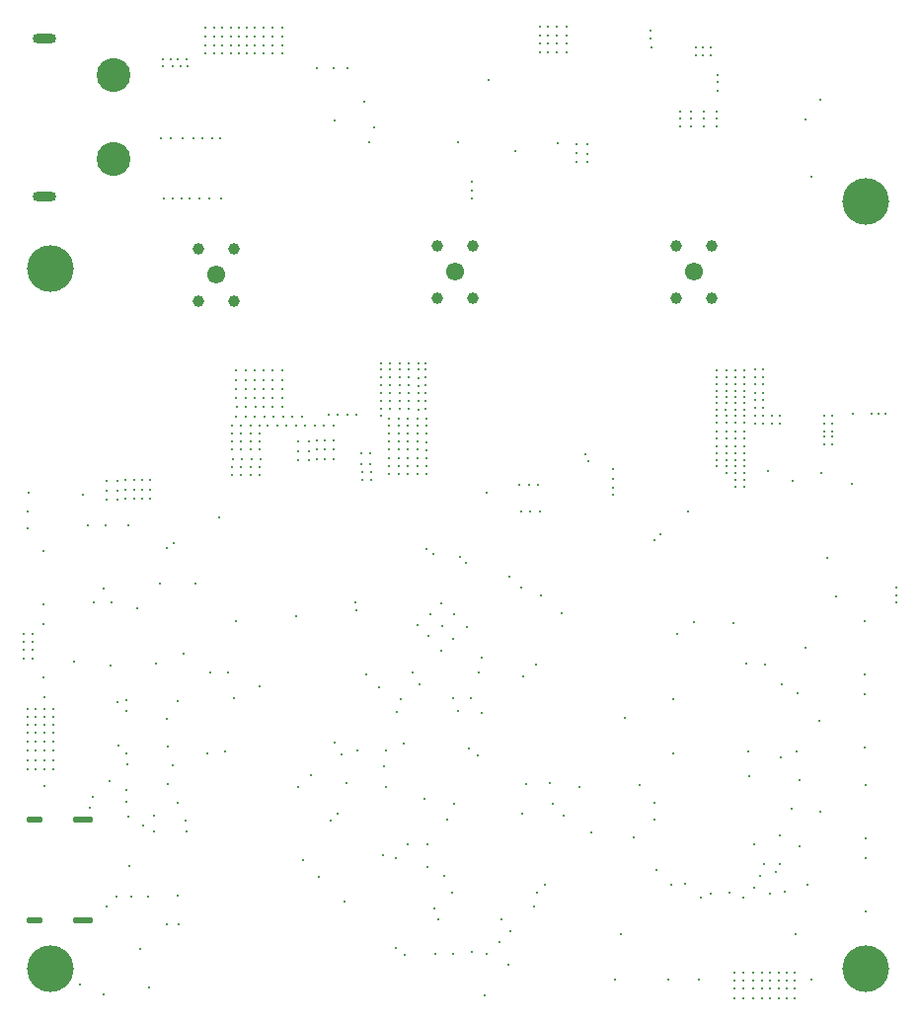
<source format=gbr>
%TF.GenerationSoftware,Altium Limited,Altium Designer,23.1.1 (15)*%
G04 Layer_Color=0*
%FSLAX45Y45*%
%MOMM*%
%TF.SameCoordinates,3B15BE60-5205-462F-B1BE-89E8C5D5736D*%
%TF.FilePolarity,Positive*%
%TF.FileFunction,Plated,1,6,PTH,Drill*%
%TF.Part,Single*%
G01*
G75*
%TA.AperFunction,ComponentDrill*%
%ADD178C,2.90000*%
%ADD179C,1.00000*%
%ADD180C,1.55000*%
%ADD181C,4.00000*%
%ADD182O,2.00000X0.90000*%
%ADD183C,4.00000*%
%ADD184O,1.75000X0.55000*%
%ADD185O,1.45000X0.55000*%
%TA.AperFunction,ViaDrill,NotFilled*%
%ADD186C,0.30000*%
D178*
X7150000Y10860000D02*
D03*
Y10140000D02*
D03*
D179*
X10225000Y8950000D02*
D03*
X9925000D02*
D03*
X10225000Y9400000D02*
D03*
X9925000D02*
D03*
X8175000Y8925000D02*
D03*
X7875000D02*
D03*
X8175000Y9375000D02*
D03*
X7875000D02*
D03*
X12275000Y8950000D02*
D03*
X11975000D02*
D03*
X12275000Y9400000D02*
D03*
X11975000D02*
D03*
D180*
X10075000Y9175000D02*
D03*
X8025000Y9150000D02*
D03*
X12125000Y9175000D02*
D03*
D181*
X6600000Y9200000D02*
D03*
D182*
X6550000Y9825000D02*
D03*
Y11175000D02*
D03*
D183*
X6600000Y3200000D02*
D03*
X13600000D02*
D03*
Y9775000D02*
D03*
D184*
X6885000Y4482500D02*
D03*
Y3617500D02*
D03*
D185*
X6465000D02*
D03*
Y4482500D02*
D03*
D186*
X11610000Y4330000D02*
D03*
X13310001Y7940000D02*
D03*
X13239999D02*
D03*
X13310001Y7870000D02*
D03*
X13239999D02*
D03*
X9240000Y5070000D02*
D03*
X10010000Y4480000D02*
D03*
X9670000Y4270000D02*
D03*
X10060000Y5520000D02*
D03*
X9040000Y5140000D02*
D03*
X7490000Y4510000D02*
D03*
X7440000Y3820000D02*
D03*
X7170000D02*
D03*
X10460000Y3430000D02*
D03*
X10530000Y3230000D02*
D03*
X9570000Y4150000D02*
D03*
X6375300Y6002658D02*
D03*
Y5932658D02*
D03*
Y5862658D02*
D03*
X6455300Y6072658D02*
D03*
Y6002658D02*
D03*
Y5932658D02*
D03*
Y5862658D02*
D03*
X6375300Y6072658D02*
D03*
X12989999Y3030000D02*
D03*
X6480000Y4910000D02*
D03*
Y4990000D02*
D03*
X6480000Y5070000D02*
D03*
Y5150000D02*
D03*
Y5220000D02*
D03*
Y5290000D02*
D03*
Y5360000D02*
D03*
X6480000Y5430000D02*
D03*
X6410000D02*
D03*
X6410000Y5360000D02*
D03*
X6410000Y5290000D02*
D03*
Y5220000D02*
D03*
X6410000Y5150000D02*
D03*
Y5070000D02*
D03*
X6410000Y4990000D02*
D03*
Y4910000D02*
D03*
X6550000Y5430000D02*
D03*
X6550000Y5360000D02*
D03*
X6550000Y5290000D02*
D03*
Y5220000D02*
D03*
X6550000Y5150000D02*
D03*
X6550000Y5070000D02*
D03*
Y4990000D02*
D03*
Y4910000D02*
D03*
X6630000Y5430000D02*
D03*
Y5360000D02*
D03*
Y5290000D02*
D03*
Y5220000D02*
D03*
Y5150000D02*
D03*
Y5070000D02*
D03*
Y4990000D02*
D03*
Y4910000D02*
D03*
X12470000Y2950000D02*
D03*
X12550000D02*
D03*
X12630000D02*
D03*
X12710000D02*
D03*
X12780000D02*
D03*
X12850000D02*
D03*
X12920000D02*
D03*
X12989999D02*
D03*
X12470000Y3030000D02*
D03*
X12550000D02*
D03*
X12630000D02*
D03*
X12710000D02*
D03*
X12780000D02*
D03*
X12850000D02*
D03*
X12920000D02*
D03*
X12470000Y3170000D02*
D03*
X12550000D02*
D03*
X12630000D02*
D03*
X12710000D02*
D03*
X12780000D02*
D03*
X12850000D02*
D03*
X12920000D02*
D03*
X12989999D02*
D03*
Y3100000D02*
D03*
X12920000D02*
D03*
X12850000D02*
D03*
X12780000D02*
D03*
X12710000D02*
D03*
X12630000D02*
D03*
X12550000D02*
D03*
X12470000D02*
D03*
X12690000Y4000000D02*
D03*
X12830000Y4030000D02*
D03*
X9572218Y5400000D02*
D03*
X9460000Y4170000D02*
D03*
X10100000Y5410000D02*
D03*
X10210000Y5520000D02*
D03*
X6810000Y5830000D02*
D03*
X11430000Y7260000D02*
D03*
Y7320000D02*
D03*
Y7400000D02*
D03*
Y7480000D02*
D03*
X13489999Y7960000D02*
D03*
X13480000Y7360000D02*
D03*
X13266678Y6722405D02*
D03*
X13345638Y6390240D02*
D03*
X12760000Y7470000D02*
D03*
X11758189Y11099973D02*
D03*
X11754784Y11171657D02*
D03*
Y11241657D02*
D03*
X9840000Y4270000D02*
D03*
X6410000Y6980000D02*
D03*
X12050000Y3930000D02*
D03*
X9910000Y3330000D02*
D03*
X10060000D02*
D03*
X10220000Y3340000D02*
D03*
X13130000Y9990000D02*
D03*
X12010000Y10550000D02*
D03*
Y10490000D02*
D03*
Y10420000D02*
D03*
X12100000Y10550000D02*
D03*
Y10490000D02*
D03*
Y10420000D02*
D03*
X12210000Y10550000D02*
D03*
Y10490000D02*
D03*
Y10420000D02*
D03*
X13860001Y6470000D02*
D03*
Y6400000D02*
D03*
Y6340000D02*
D03*
X13770000Y7960000D02*
D03*
X13710001D02*
D03*
X13650000D02*
D03*
X13210001Y10650000D02*
D03*
X12140000Y11030000D02*
D03*
X12200000D02*
D03*
X12270000D02*
D03*
X12140000Y11100000D02*
D03*
X12200000D02*
D03*
X12270000D02*
D03*
X12330000Y10730000D02*
D03*
Y10800000D02*
D03*
Y10860000D02*
D03*
X13080000Y10480000D02*
D03*
X12320000Y10420000D02*
D03*
Y10490000D02*
D03*
Y10550000D02*
D03*
X11207764Y10115706D02*
D03*
Y10185706D02*
D03*
Y10265706D02*
D03*
X11117764Y10115706D02*
D03*
Y10195706D02*
D03*
Y10265706D02*
D03*
X10217764Y9805706D02*
D03*
Y9875706D02*
D03*
Y9945706D02*
D03*
X11030000Y11280000D02*
D03*
X10950000D02*
D03*
X10870000D02*
D03*
X10800000D02*
D03*
Y11200000D02*
D03*
X10870000D02*
D03*
X10950000D02*
D03*
X11030000D02*
D03*
X10800000Y11130000D02*
D03*
X10870000D02*
D03*
X10950000D02*
D03*
X11030000D02*
D03*
X10800000Y11060000D02*
D03*
X10870000D02*
D03*
X10950000D02*
D03*
X11030000D02*
D03*
X10960000Y10280000D02*
D03*
X10590000Y10210000D02*
D03*
X10100000Y10290000D02*
D03*
X10360000Y10820000D02*
D03*
X8070000Y9800000D02*
D03*
X7970000D02*
D03*
X7880000D02*
D03*
X7800000D02*
D03*
X7730000D02*
D03*
X7650000D02*
D03*
X7580000D02*
D03*
X9300000Y10630000D02*
D03*
X9030000Y10920000D02*
D03*
X8890000D02*
D03*
X9150000D02*
D03*
X9380000Y10410000D02*
D03*
X9340000Y10290000D02*
D03*
X8590000Y11050000D02*
D03*
X8510000D02*
D03*
X8430000D02*
D03*
X8360000D02*
D03*
X8290000D02*
D03*
X8220000D02*
D03*
X8150000D02*
D03*
X8080000D02*
D03*
X8010000D02*
D03*
X7930000D02*
D03*
X8590000Y11120000D02*
D03*
X8510000D02*
D03*
X8430000D02*
D03*
X8360000D02*
D03*
X8290000D02*
D03*
X8220000D02*
D03*
X8150000D02*
D03*
X8080000D02*
D03*
X8010000D02*
D03*
X7930000D02*
D03*
X8590000Y11190000D02*
D03*
X8510000D02*
D03*
X8430000D02*
D03*
X8360000D02*
D03*
X8290000D02*
D03*
X8220000D02*
D03*
X8150000D02*
D03*
X8080000D02*
D03*
X8010000D02*
D03*
X7930000D02*
D03*
Y11270000D02*
D03*
X8010000D02*
D03*
X8080000D02*
D03*
X8150000D02*
D03*
X8220000D02*
D03*
X8290000D02*
D03*
X8360000D02*
D03*
X8430000D02*
D03*
X8510000D02*
D03*
X8590000D02*
D03*
X8060000Y10320000D02*
D03*
X7990000D02*
D03*
X7910000D02*
D03*
X7830000D02*
D03*
X7740000D02*
D03*
X7640349Y10318751D02*
D03*
X7550000Y10320000D02*
D03*
X9040000Y10470000D02*
D03*
X7780000Y10940000D02*
D03*
X7720000D02*
D03*
X7650000D02*
D03*
X7570000D02*
D03*
X7770000Y11000000D02*
D03*
X7700000D02*
D03*
X7640000D02*
D03*
X7570000D02*
D03*
X12720000Y8010000D02*
D03*
Y8080000D02*
D03*
Y8140000D02*
D03*
Y8210000D02*
D03*
Y8270000D02*
D03*
Y8340000D02*
D03*
X12650000Y8270000D02*
D03*
Y8340000D02*
D03*
Y8140000D02*
D03*
Y8210000D02*
D03*
Y8010000D02*
D03*
Y8080000D02*
D03*
X13239999Y7700000D02*
D03*
X13310001D02*
D03*
X13239999Y7760000D02*
D03*
X13310001D02*
D03*
X13239999Y7810000D02*
D03*
X13310001D02*
D03*
X12860001Y7940000D02*
D03*
Y7870000D02*
D03*
X12790000Y7940000D02*
D03*
Y7870000D02*
D03*
X12715501Y7944000D02*
D03*
Y7874000D02*
D03*
X12650000Y7940000D02*
D03*
Y7870000D02*
D03*
X12560000Y7330000D02*
D03*
X12480000D02*
D03*
Y7390000D02*
D03*
X12560000D02*
D03*
X12400000Y7450000D02*
D03*
X12480000D02*
D03*
X12560000D02*
D03*
X12560000Y7510000D02*
D03*
X12480000D02*
D03*
X12400000D02*
D03*
X12320000D02*
D03*
X12560000Y7560000D02*
D03*
X12480000D02*
D03*
X12400000D02*
D03*
X12320000D02*
D03*
X12560000Y7620000D02*
D03*
X12480000D02*
D03*
X12400000D02*
D03*
X12320000D02*
D03*
X12560000Y7680000D02*
D03*
X12480000D02*
D03*
X12400000D02*
D03*
X12320000D02*
D03*
X12560000Y7750000D02*
D03*
X12480000D02*
D03*
X12400000D02*
D03*
X12320000D02*
D03*
X12560000Y7810000D02*
D03*
X12480000D02*
D03*
X12400000D02*
D03*
X12320000D02*
D03*
X12560000Y7880000D02*
D03*
X12480000D02*
D03*
X12400000D02*
D03*
X12320000D02*
D03*
X12560000Y7940000D02*
D03*
X12480000D02*
D03*
X12400000D02*
D03*
X12320000D02*
D03*
X12556700Y7995000D02*
D03*
X12476700D02*
D03*
X12396700D02*
D03*
X12316700D02*
D03*
X12560000Y8050000D02*
D03*
X12480000D02*
D03*
X12400000D02*
D03*
X12320000D02*
D03*
X12560000Y8100000D02*
D03*
X12480000D02*
D03*
X12400000D02*
D03*
X12320000D02*
D03*
X12560000Y8150000D02*
D03*
X12480000D02*
D03*
X12400000D02*
D03*
X12320000D02*
D03*
X12560000Y8210000D02*
D03*
X12480000D02*
D03*
X12400000D02*
D03*
X12320000D02*
D03*
X12560000Y8270000D02*
D03*
X12480000D02*
D03*
X12400000D02*
D03*
X12320000D02*
D03*
X12560000Y8330000D02*
D03*
X12480000D02*
D03*
X12400000D02*
D03*
X12320000D02*
D03*
X10640000Y7120000D02*
D03*
X10720000D02*
D03*
X10800000D02*
D03*
X10790000Y7350000D02*
D03*
X10710000D02*
D03*
X10630000D02*
D03*
X9280000Y7390000D02*
D03*
X9360000D02*
D03*
X9280000Y7460000D02*
D03*
X9360000D02*
D03*
X9270000Y7530000D02*
D03*
X9350000D02*
D03*
Y7620000D02*
D03*
X9270000D02*
D03*
X9820000Y8070000D02*
D03*
Y8140000D02*
D03*
Y8200000D02*
D03*
Y8270000D02*
D03*
Y8340000D02*
D03*
Y8390000D02*
D03*
X9440000D02*
D03*
X9520000D02*
D03*
X9600000D02*
D03*
X9680000D02*
D03*
X9760335Y8386095D02*
D03*
X9440000Y8340000D02*
D03*
X9520000D02*
D03*
X9600000D02*
D03*
X9680000D02*
D03*
X9760335Y8336095D02*
D03*
X9440000Y8270000D02*
D03*
X9520000D02*
D03*
X9600000D02*
D03*
X9680000D02*
D03*
X9760335Y8266095D02*
D03*
X9440000Y8200000D02*
D03*
X9520000D02*
D03*
X9600000D02*
D03*
X9680000D02*
D03*
X9760335Y8196095D02*
D03*
X9440000Y8140000D02*
D03*
X9520000D02*
D03*
X9600000D02*
D03*
X9680000D02*
D03*
X9760335Y8136095D02*
D03*
X9440000Y8070000D02*
D03*
X9520000D02*
D03*
X9600000D02*
D03*
X9680000D02*
D03*
X9760335Y8066095D02*
D03*
X9830000Y7440000D02*
D03*
X9820000Y8000000D02*
D03*
X9440000Y7940000D02*
D03*
Y8000000D02*
D03*
X9520000D02*
D03*
X9600000D02*
D03*
X9680000D02*
D03*
X9760335Y7996095D02*
D03*
X9510000Y7920000D02*
D03*
X9590000D02*
D03*
X9670000D02*
D03*
X9750000D02*
D03*
X9830335Y7916095D02*
D03*
X9510000Y7860000D02*
D03*
X9590000D02*
D03*
X9670000D02*
D03*
X9750000D02*
D03*
X9830335Y7856095D02*
D03*
X9510000Y7790000D02*
D03*
X9590000D02*
D03*
X9670000D02*
D03*
X9750000D02*
D03*
X9830335Y7786095D02*
D03*
X9510000Y7720000D02*
D03*
X9590000D02*
D03*
X9670000D02*
D03*
X9750000D02*
D03*
X9830335Y7716095D02*
D03*
X9510000Y7650000D02*
D03*
X9590000D02*
D03*
X9670000D02*
D03*
X9750000D02*
D03*
X9830335Y7646095D02*
D03*
X9510000Y7580000D02*
D03*
X9590000D02*
D03*
X9670000D02*
D03*
X9750000D02*
D03*
X9830335Y7576095D02*
D03*
X9510000Y7510000D02*
D03*
X9590000D02*
D03*
X9670000D02*
D03*
X9750000D02*
D03*
X9830335Y7506095D02*
D03*
X9749665Y7443905D02*
D03*
X9669665D02*
D03*
X9589665D02*
D03*
X9509665D02*
D03*
X8730000Y7560000D02*
D03*
Y7640000D02*
D03*
Y7720000D02*
D03*
X8820000D02*
D03*
Y7640000D02*
D03*
Y7560000D02*
D03*
X8890000Y7730000D02*
D03*
Y7650000D02*
D03*
Y7570000D02*
D03*
X8960000Y7730000D02*
D03*
Y7650000D02*
D03*
Y7570000D02*
D03*
X9030000Y7730000D02*
D03*
Y7650000D02*
D03*
Y7570000D02*
D03*
X7460000Y7390000D02*
D03*
Y7310000D02*
D03*
Y7230000D02*
D03*
X7390000D02*
D03*
Y7310000D02*
D03*
Y7390000D02*
D03*
X7320000Y7230000D02*
D03*
Y7310000D02*
D03*
Y7390000D02*
D03*
X7250000Y7230000D02*
D03*
Y7310000D02*
D03*
Y7390000D02*
D03*
X7180000Y7220000D02*
D03*
Y7300000D02*
D03*
Y7380000D02*
D03*
X7090000D02*
D03*
Y7300000D02*
D03*
Y7220000D02*
D03*
X8590000Y8330000D02*
D03*
X8510000D02*
D03*
X8430000D02*
D03*
X8360000D02*
D03*
X8280000D02*
D03*
X8200000D02*
D03*
X8590000Y8250000D02*
D03*
X8510000D02*
D03*
X8430000D02*
D03*
X8360000D02*
D03*
X8280000D02*
D03*
X8200000D02*
D03*
X8590000Y8170000D02*
D03*
X8510000D02*
D03*
X8430000D02*
D03*
X8360000D02*
D03*
X8280000D02*
D03*
X8200000D02*
D03*
X8590000Y8090000D02*
D03*
X8510000D02*
D03*
X8430000D02*
D03*
X8360000D02*
D03*
X8280000D02*
D03*
X8200000D02*
D03*
X8202500Y8019889D02*
D03*
X8282500D02*
D03*
X8362500D02*
D03*
X8432500D02*
D03*
X8512500D02*
D03*
X8592500D02*
D03*
X8790000Y7860000D02*
D03*
X8760000Y7930000D02*
D03*
X8680000D02*
D03*
X8600000D02*
D03*
X8520000D02*
D03*
X8440000D02*
D03*
X8360000D02*
D03*
X8280000D02*
D03*
X8200000D02*
D03*
X9230000Y7950000D02*
D03*
X9150000D02*
D03*
X9070000D02*
D03*
X8990000D02*
D03*
X9030000Y7860000D02*
D03*
X8950000D02*
D03*
X8870000D02*
D03*
X8710000D02*
D03*
X8630000D02*
D03*
X8550000D02*
D03*
X8470000D02*
D03*
X8400000D02*
D03*
X8320000D02*
D03*
X8240000D02*
D03*
X8160000D02*
D03*
X8400000Y7790000D02*
D03*
X8320000D02*
D03*
X8240000D02*
D03*
X8160000D02*
D03*
X8400000Y7720000D02*
D03*
X8320000D02*
D03*
X8240000D02*
D03*
X8160000D02*
D03*
X8400000Y7650000D02*
D03*
X8320000D02*
D03*
X8240000D02*
D03*
X8160000D02*
D03*
X8410000Y7570000D02*
D03*
X8330000D02*
D03*
X8250000D02*
D03*
X8170000D02*
D03*
X8400000Y7500000D02*
D03*
X8320000D02*
D03*
X8240000D02*
D03*
X8160000D02*
D03*
Y7430000D02*
D03*
X8240000D02*
D03*
X8320000D02*
D03*
X8400000D02*
D03*
X10050000Y3850000D02*
D03*
X10328027Y2973736D02*
D03*
X10350000Y3330000D02*
D03*
X9839644Y4072079D02*
D03*
X9983162Y3996125D02*
D03*
X9901582Y3720007D02*
D03*
X9930000Y3620000D02*
D03*
X7695067Y3822599D02*
D03*
X7297962Y3821996D02*
D03*
X7450000Y3040000D02*
D03*
X6859874Y3061769D02*
D03*
X7060000Y2980000D02*
D03*
X7700894Y3583847D02*
D03*
X7600000Y3580000D02*
D03*
X7377500Y3372500D02*
D03*
X12900000Y3860000D02*
D03*
X12643149Y3898502D02*
D03*
X12430000Y3850000D02*
D03*
X12269298Y3846263D02*
D03*
X10549874Y3521346D02*
D03*
X10470000Y3620000D02*
D03*
X12550000Y3810000D02*
D03*
X12180000D02*
D03*
X11802937Y4042814D02*
D03*
X11930000Y3920000D02*
D03*
X11500000Y3500000D02*
D03*
X11445000Y3110000D02*
D03*
X11905000D02*
D03*
X12170000D02*
D03*
X13130000Y3110001D02*
D03*
X13000000Y3500000D02*
D03*
X13600000Y3690000D02*
D03*
X12777500Y3847500D02*
D03*
X12460000Y6160000D02*
D03*
X11530000Y5350000D02*
D03*
X12125637Y6170241D02*
D03*
X11980000Y6070000D02*
D03*
X10650000Y4530000D02*
D03*
X12970000Y7380000D02*
D03*
X13219318Y7449789D02*
D03*
X11140000Y4760000D02*
D03*
X6880000Y7260000D02*
D03*
X6420000Y7280000D02*
D03*
X6410000Y7120000D02*
D03*
X10890000Y4790000D02*
D03*
X10689078Y4779542D02*
D03*
X7270000Y7000000D02*
D03*
X7080000D02*
D03*
X6930000D02*
D03*
X8199379Y6180777D02*
D03*
X8100000Y5060000D02*
D03*
X7950000Y5050000D02*
D03*
X8180000Y5520000D02*
D03*
X8130000Y5740000D02*
D03*
X7750000Y5900000D02*
D03*
X7980000Y5740000D02*
D03*
X7850000Y6500000D02*
D03*
X7061558Y6461709D02*
D03*
X7541788Y6501663D02*
D03*
X7350000Y6290000D02*
D03*
X7130498Y6339497D02*
D03*
X6980000Y6340000D02*
D03*
X10063594Y4613642D02*
D03*
X8708662Y6218442D02*
D03*
X8402459Y5620406D02*
D03*
X6548662Y6783442D02*
D03*
X6548662Y6323443D02*
D03*
Y6158443D02*
D03*
Y5698443D02*
D03*
X7695991Y5498528D02*
D03*
X7653661Y4943442D02*
D03*
X7695991Y4623023D02*
D03*
X6555000Y5530000D02*
D03*
X6555000Y4770000D02*
D03*
X7599609Y5343364D02*
D03*
X7613335Y5107139D02*
D03*
X7608278Y4782060D02*
D03*
X7257915Y4628912D02*
D03*
X7260000Y4730000D02*
D03*
X7110000Y4810000D02*
D03*
X7120000Y5800000D02*
D03*
X7510000Y5820000D02*
D03*
X7255931Y5499879D02*
D03*
X7180000Y5490000D02*
D03*
X7260000Y5410000D02*
D03*
X7262438Y4950803D02*
D03*
X7255930Y5049612D02*
D03*
X7190000Y5110000D02*
D03*
X13009541Y5559865D02*
D03*
X13008749Y5059599D02*
D03*
X13030000Y4820000D02*
D03*
X12728292Y4094618D02*
D03*
X12860001Y4100000D02*
D03*
X13030000Y4250000D02*
D03*
X12860001Y4340000D02*
D03*
X7280000Y4080000D02*
D03*
X7490000Y4380000D02*
D03*
X6970000Y4670000D02*
D03*
X6940859Y4581944D02*
D03*
X7090000Y3730000D02*
D03*
X7270000Y4500000D02*
D03*
X7400000Y4430000D02*
D03*
X7770000Y4380000D02*
D03*
X7760000Y4470000D02*
D03*
X9069363Y4529363D02*
D03*
X11662784Y4771143D02*
D03*
X11240465Y4370722D02*
D03*
X12644252Y4264098D02*
D03*
X12600000Y4850000D02*
D03*
X13210001Y4545000D02*
D03*
X13100000Y3920000D02*
D03*
X12964999Y4575000D02*
D03*
X11790000Y4480000D02*
D03*
Y4620000D02*
D03*
X13600000Y4150000D02*
D03*
X13600000Y4315000D02*
D03*
X13600000Y4775000D02*
D03*
X13591299Y5095000D02*
D03*
X13201300Y5325000D02*
D03*
X13591299Y5555000D02*
D03*
Y5720000D02*
D03*
Y6180000D02*
D03*
X13080000Y5950000D02*
D03*
X12873788Y5641425D02*
D03*
X12870000Y5010000D02*
D03*
X12589006Y5058949D02*
D03*
X12571089Y5812193D02*
D03*
X12730000Y5810000D02*
D03*
X11950000Y5508800D02*
D03*
Y5050000D02*
D03*
X8770000Y4130000D02*
D03*
X8840000Y4860000D02*
D03*
X8910000Y3990000D02*
D03*
X9130000Y3780000D02*
D03*
X9570000Y3380000D02*
D03*
X9140000Y4790000D02*
D03*
X8052500Y7067500D02*
D03*
X9420000Y5610000D02*
D03*
X9960000Y5930000D02*
D03*
X10060000Y6030000D02*
D03*
X9850000Y6050000D02*
D03*
X9750000Y6150000D02*
D03*
X9860000Y6240000D02*
D03*
X9969437Y6138371D02*
D03*
X9960000Y6330000D02*
D03*
X10070000Y6240000D02*
D03*
X10750000Y3730000D02*
D03*
X10780000Y3850000D02*
D03*
X10661192Y5707668D02*
D03*
X10180000Y6130000D02*
D03*
X10640000Y6470000D02*
D03*
X10770000Y5810000D02*
D03*
X10986645Y6250000D02*
D03*
X10350000Y7280000D02*
D03*
X12070268Y7124077D02*
D03*
X11010000Y4510000D02*
D03*
X10270000Y5030000D02*
D03*
X11833012Y6923569D02*
D03*
X11784562Y6873046D02*
D03*
X10169497Y6680503D02*
D03*
X10120000Y6730000D02*
D03*
X11192393Y7614326D02*
D03*
X11220000Y7550000D02*
D03*
X9885512Y6757357D02*
D03*
X9830000Y6800000D02*
D03*
X7603224Y6806864D02*
D03*
X7660343Y6847327D02*
D03*
X9230000Y6270000D02*
D03*
X9218492Y6339047D02*
D03*
X9480000Y4760000D02*
D03*
X10540000Y6560000D02*
D03*
X10810000Y6400000D02*
D03*
X9810000Y4660000D02*
D03*
X10300000Y5390000D02*
D03*
X10300622Y5865961D02*
D03*
X10278570Y5736596D02*
D03*
X9097778Y5040914D02*
D03*
X9310000Y5720000D02*
D03*
X9610000Y5510000D02*
D03*
X9766822Y5639091D02*
D03*
X9710000Y5740000D02*
D03*
X9486342Y5071069D02*
D03*
X9467306Y4935197D02*
D03*
X9636360Y5130000D02*
D03*
X10850000Y3920000D02*
D03*
X9640000Y3320000D02*
D03*
X10910000Y4610000D02*
D03*
X10190000Y5090000D02*
D03*
X9010000Y4470000D02*
D03*
X8730000Y4760000D02*
D03*
%TF.MD5,6bed25c865ee3d135e057df45a276d9e*%
M02*

</source>
